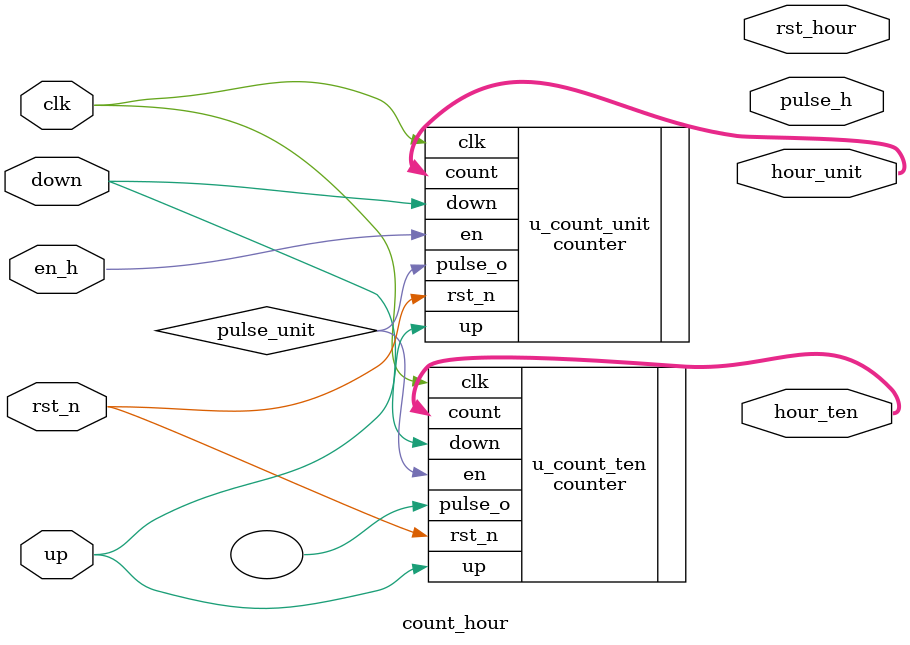
<source format=v>
module count_hour #(
    parameter MAX_DISPLAY_UNIT  = 4,
    parameter MAX_DISPLAY_TEN   = 2
) (
    input                                   clk,
    input                                   rst_n,
    input                                   en_h,
    input                                   up, down,             
    output      [MAX_DISPLAY_UNIT - 1 : 0]  hour_unit,        
    output      [MAX_DISPLAY_TEN  - 1 : 0]  hour_ten,
    output                                  rst_hour,
    output                                  pulse_h       
);

    wire pulse_unit;

    counter #(
        .MAX_COUNT(9),
        .BIT_SIZE(4)
    ) u_count_unit (
        .clk(clk),
        .rst_n(rst_n),
        .en(en_h),
        .up(up),
        .down(down),
        .count(hour_unit),
        .pulse_o(pulse_unit)
    );

    counter #(
        .MAX_COUNT(2),
        .BIT_SIZE(2)
    ) u_count_ten (
        .clk(clk),
        .rst_n(rst_n),
        .en(pulse_unit),
        .up(up),
        .down(down),             
        .count(hour_ten),
        .pulse_o()                     
    );
    

endmodule

</source>
